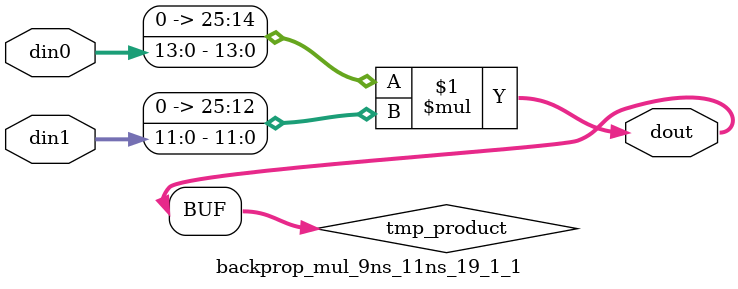
<source format=v>
 module backprop_mul_9ns_11ns_19_1_1(din0, din1, dout); 
parameter ID = 1;
parameter NUM_STAGE = 0;
parameter din0_WIDTH = 14;
parameter din1_WIDTH = 12;
parameter dout_WIDTH = 26;
input [din0_WIDTH - 1 : 0] din0; 
input [din1_WIDTH - 1 : 0] din1; 
output [dout_WIDTH - 1 : 0] dout;
wire signed [dout_WIDTH - 1 : 0] tmp_product;
assign tmp_product = $signed({1'b0, din0}) * $signed({1'b0, din1});
assign dout = tmp_product;
endmodule
</source>
